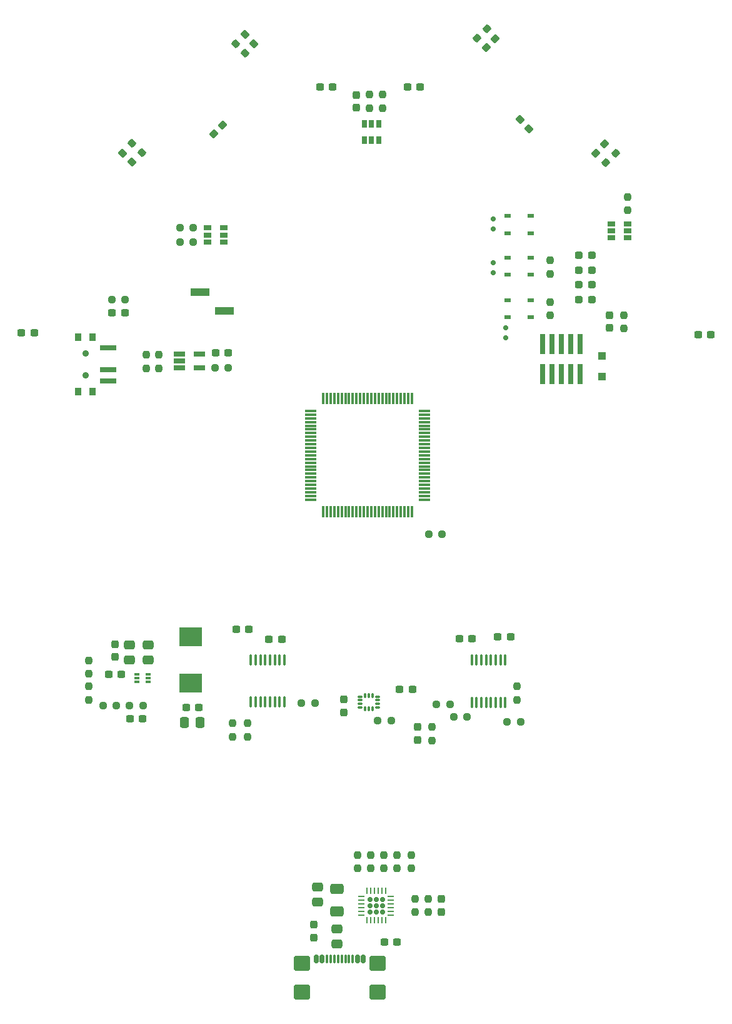
<source format=gbr>
%TF.GenerationSoftware,KiCad,Pcbnew,7.0.8-1.fc38*%
%TF.CreationDate,2023-12-06T13:29:31+01:00*%
%TF.ProjectId,frat,66726174-2e6b-4696-9361-645f70636258,rev?*%
%TF.SameCoordinates,Original*%
%TF.FileFunction,Paste,Top*%
%TF.FilePolarity,Positive*%
%FSLAX46Y46*%
G04 Gerber Fmt 4.6, Leading zero omitted, Abs format (unit mm)*
G04 Created by KiCad (PCBNEW 7.0.8-1.fc38) date 2023-12-06 13:29:31*
%MOMM*%
%LPD*%
G01*
G04 APERTURE LIST*
G04 Aperture macros list*
%AMRoundRect*
0 Rectangle with rounded corners*
0 $1 Rounding radius*
0 $2 $3 $4 $5 $6 $7 $8 $9 X,Y pos of 4 corners*
0 Add a 4 corners polygon primitive as box body*
4,1,4,$2,$3,$4,$5,$6,$7,$8,$9,$2,$3,0*
0 Add four circle primitives for the rounded corners*
1,1,$1+$1,$2,$3*
1,1,$1+$1,$4,$5*
1,1,$1+$1,$6,$7*
1,1,$1+$1,$8,$9*
0 Add four rect primitives between the rounded corners*
20,1,$1+$1,$2,$3,$4,$5,0*
20,1,$1+$1,$4,$5,$6,$7,0*
20,1,$1+$1,$6,$7,$8,$9,0*
20,1,$1+$1,$8,$9,$2,$3,0*%
G04 Aperture macros list end*
%ADD10RoundRect,0.150000X-0.200000X0.150000X-0.200000X-0.150000X0.200000X-0.150000X0.200000X0.150000X0*%
%ADD11RoundRect,0.150000X0.200000X-0.150000X0.200000X0.150000X-0.200000X0.150000X-0.200000X-0.150000X0*%
%ADD12RoundRect,0.237500X0.237500X-0.250000X0.237500X0.250000X-0.237500X0.250000X-0.237500X-0.250000X0*%
%ADD13RoundRect,0.237500X-0.250000X-0.237500X0.250000X-0.237500X0.250000X0.237500X-0.250000X0.237500X0*%
%ADD14R,2.510000X1.000000*%
%ADD15R,2.209800X0.762000*%
%ADD16C,0.889000*%
%ADD17R,0.812800X0.990600*%
%ADD18R,3.150400X2.611399*%
%ADD19RoundRect,0.237500X0.237500X-0.287500X0.237500X0.287500X-0.237500X0.287500X-0.237500X-0.287500X0*%
%ADD20RoundRect,0.237500X-0.300000X-0.237500X0.300000X-0.237500X0.300000X0.237500X-0.300000X0.237500X0*%
%ADD21RoundRect,0.237500X-0.237500X0.250000X-0.237500X-0.250000X0.237500X-0.250000X0.237500X0.250000X0*%
%ADD22RoundRect,0.237500X0.300000X0.237500X-0.300000X0.237500X-0.300000X-0.237500X0.300000X-0.237500X0*%
%ADD23RoundRect,0.250000X-0.337500X-0.475000X0.337500X-0.475000X0.337500X0.475000X-0.337500X0.475000X0*%
%ADD24RoundRect,0.087500X0.225000X0.087500X-0.225000X0.087500X-0.225000X-0.087500X0.225000X-0.087500X0*%
%ADD25RoundRect,0.087500X0.087500X0.225000X-0.087500X0.225000X-0.087500X-0.225000X0.087500X-0.225000X0*%
%ADD26RoundRect,0.237500X-0.044194X-0.380070X0.380070X0.044194X0.044194X0.380070X-0.380070X-0.044194X0*%
%ADD27RoundRect,0.237500X-0.237500X0.300000X-0.237500X-0.300000X0.237500X-0.300000X0.237500X0.300000X0*%
%ADD28R,0.965200X0.558800*%
%ADD29RoundRect,0.237500X0.287500X0.237500X-0.287500X0.237500X-0.287500X-0.237500X0.287500X-0.237500X0*%
%ADD30RoundRect,0.237500X-0.344715X0.008839X0.008839X-0.344715X0.344715X-0.008839X-0.008839X0.344715X0*%
%ADD31RoundRect,0.100000X0.100000X-0.637500X0.100000X0.637500X-0.100000X0.637500X-0.100000X-0.637500X0*%
%ADD32RoundRect,0.237500X0.250000X0.237500X-0.250000X0.237500X-0.250000X-0.237500X0.250000X-0.237500X0*%
%ADD33R,0.762000X2.794000*%
%ADD34RoundRect,0.250000X-0.475000X0.337500X-0.475000X-0.337500X0.475000X-0.337500X0.475000X0.337500X0*%
%ADD35R,1.560000X0.650000*%
%ADD36RoundRect,0.150000X-0.150000X-0.425000X0.150000X-0.425000X0.150000X0.425000X-0.150000X0.425000X0*%
%ADD37RoundRect,0.075000X-0.075000X-0.500000X0.075000X-0.500000X0.075000X0.500000X-0.075000X0.500000X0*%
%ADD38RoundRect,0.250000X-0.840000X-0.750000X0.840000X-0.750000X0.840000X0.750000X-0.840000X0.750000X0*%
%ADD39RoundRect,0.237500X0.044194X0.380070X-0.380070X-0.044194X-0.044194X-0.380070X0.380070X0.044194X0*%
%ADD40RoundRect,0.250000X-0.300000X0.300000X-0.300000X-0.300000X0.300000X-0.300000X0.300000X0.300000X0*%
%ADD41R,0.700000X0.340000*%
%ADD42R,0.990600X0.711200*%
%ADD43RoundRect,0.237500X0.380070X-0.044194X-0.044194X0.380070X-0.380070X0.044194X0.044194X-0.380070X0*%
%ADD44RoundRect,0.250000X0.650000X-0.412500X0.650000X0.412500X-0.650000X0.412500X-0.650000X-0.412500X0*%
%ADD45RoundRect,0.237500X0.008839X0.344715X-0.344715X-0.008839X-0.008839X-0.344715X0.344715X0.008839X0*%
%ADD46R,0.711200X0.990600*%
%ADD47RoundRect,0.250000X0.475000X-0.337500X0.475000X0.337500X-0.475000X0.337500X-0.475000X-0.337500X0*%
%ADD48RoundRect,0.165000X0.165000X0.165000X-0.165000X0.165000X-0.165000X-0.165000X0.165000X-0.165000X0*%
%ADD49RoundRect,0.062500X0.325000X0.062500X-0.325000X0.062500X-0.325000X-0.062500X0.325000X-0.062500X0*%
%ADD50RoundRect,0.062500X0.062500X0.325000X-0.062500X0.325000X-0.062500X-0.325000X0.062500X-0.325000X0*%
%ADD51RoundRect,0.075000X-0.725000X-0.075000X0.725000X-0.075000X0.725000X0.075000X-0.725000X0.075000X0*%
%ADD52RoundRect,0.075000X-0.075000X-0.725000X0.075000X-0.725000X0.075000X0.725000X-0.075000X0.725000X0*%
%ADD53RoundRect,0.237500X-0.008839X-0.344715X0.344715X0.008839X0.008839X0.344715X-0.344715X-0.008839X0*%
%ADD54RoundRect,0.237500X-0.237500X0.287500X-0.237500X-0.287500X0.237500X-0.287500X0.237500X0.287500X0*%
%ADD55RoundRect,0.237500X-0.380070X0.044194X0.044194X-0.380070X0.380070X-0.044194X-0.044194X0.380070X0*%
G04 APERTURE END LIST*
D10*
%TO.C,D23*%
X157000000Y-134200000D03*
X157000000Y-132800000D03*
%TD*%
D11*
%TO.C,D22*%
X158750000Y-147550000D03*
X158750000Y-148950000D03*
%TD*%
D10*
%TO.C,D21*%
X157000000Y-140150000D03*
X157000000Y-138750000D03*
%TD*%
D12*
%TO.C,R53*%
X121750000Y-202912500D03*
X121750000Y-201087500D03*
%TD*%
D13*
%TO.C,R52*%
X149337500Y-198500000D03*
X151162500Y-198500000D03*
%TD*%
D14*
%TO.C,J8*%
X117344000Y-142748000D03*
X120654000Y-145288000D03*
%TD*%
D15*
%TO.C,B1*%
X104877550Y-150276999D03*
X104877550Y-153277001D03*
X104877550Y-154777001D03*
D16*
X101776850Y-151027010D03*
X101776850Y-154027010D03*
D17*
X100811850Y-148877000D03*
X102741850Y-148877000D03*
X100811850Y-156177000D03*
X102741850Y-156177000D03*
%TD*%
D18*
%TO.C,L1*%
X116078000Y-195628400D03*
X116078000Y-189435600D03*
%TD*%
D19*
%TO.C,D2*%
X146750000Y-203375000D03*
X146750000Y-201625000D03*
%TD*%
D20*
%TO.C,C8*%
X115417500Y-199000000D03*
X117142500Y-199000000D03*
%TD*%
D21*
%TO.C,R6*%
X102280000Y-196087500D03*
X102280000Y-197912500D03*
%TD*%
%TO.C,R35*%
X142000000Y-116000000D03*
X142000000Y-117825000D03*
%TD*%
D22*
%TO.C,C42*%
X154151500Y-189611000D03*
X152426500Y-189611000D03*
%TD*%
D21*
%TO.C,R49*%
X123750000Y-201087500D03*
X123750000Y-202912500D03*
%TD*%
%TO.C,R24*%
X164750000Y-138425000D03*
X164750000Y-140250000D03*
%TD*%
%TO.C,R17*%
X146431000Y-224837500D03*
X146431000Y-226662500D03*
%TD*%
D23*
%TO.C,C5*%
X115205000Y-201000000D03*
X117280000Y-201000000D03*
%TD*%
D13*
%TO.C,R31*%
X114587500Y-134000000D03*
X116412500Y-134000000D03*
%TD*%
D24*
%TO.C,U7*%
X141351000Y-198985000D03*
X141351000Y-198485000D03*
X141351000Y-197985000D03*
X141351000Y-197485000D03*
D25*
X140688500Y-197322500D03*
X140188500Y-197322500D03*
X139688500Y-197322500D03*
D24*
X139026000Y-197485000D03*
X139026000Y-197985000D03*
X139026000Y-198485000D03*
X139026000Y-198985000D03*
D25*
X139688500Y-199147500D03*
X140188500Y-199147500D03*
X140688500Y-199147500D03*
%TD*%
D26*
%TO.C,C20*%
X170910974Y-123930734D03*
X172130734Y-122710974D03*
%TD*%
D27*
%TO.C,C21*%
X172750000Y-145887500D03*
X172750000Y-147612500D03*
%TD*%
D13*
%TO.C,R4*%
X104167500Y-198708900D03*
X105992500Y-198708900D03*
%TD*%
D28*
%TO.C,B2*%
X158927798Y-132450000D03*
X162072202Y-132450000D03*
X158927798Y-134750000D03*
X162072202Y-134750000D03*
%TD*%
D21*
%TO.C,R25*%
X164750000Y-144087500D03*
X164750000Y-145912500D03*
%TD*%
D12*
%TO.C,R9*%
X140462000Y-220749500D03*
X140462000Y-218924500D03*
%TD*%
D29*
%TO.C,D17*%
X170375000Y-137750000D03*
X168625000Y-137750000D03*
%TD*%
D30*
%TO.C,R41*%
X122108714Y-109100816D03*
X123399184Y-110391286D03*
%TD*%
D12*
%TO.C,R12*%
X145923000Y-220749500D03*
X145923000Y-218924500D03*
%TD*%
D27*
%TO.C,C7*%
X105780000Y-190387500D03*
X105780000Y-192112500D03*
%TD*%
D12*
%TO.C,R13*%
X142240000Y-220749500D03*
X142240000Y-218924500D03*
%TD*%
D31*
%TO.C,U6*%
X124200000Y-198225000D03*
X124850000Y-198225000D03*
X125500000Y-198225000D03*
X126150000Y-198225000D03*
X126800000Y-198225000D03*
X127450000Y-198225000D03*
X128100000Y-198225000D03*
X128750000Y-198225000D03*
X128750000Y-192500000D03*
X128100000Y-192500000D03*
X127450000Y-192500000D03*
X126800000Y-192500000D03*
X126150000Y-192500000D03*
X125500000Y-192500000D03*
X124850000Y-192500000D03*
X124200000Y-192500000D03*
%TD*%
D32*
%TO.C,R1*%
X121162500Y-153000000D03*
X119337500Y-153000000D03*
%TD*%
D31*
%TO.C,U5*%
X154100000Y-198250000D03*
X154750000Y-198250000D03*
X155400000Y-198250000D03*
X156050000Y-198250000D03*
X156700000Y-198250000D03*
X157350000Y-198250000D03*
X158000000Y-198250000D03*
X158650000Y-198250000D03*
X158650000Y-192525000D03*
X158000000Y-192525000D03*
X157350000Y-192525000D03*
X156700000Y-192525000D03*
X156050000Y-192525000D03*
X155400000Y-192525000D03*
X154750000Y-192525000D03*
X154100000Y-192525000D03*
%TD*%
D21*
%TO.C,R2*%
X111750000Y-151250000D03*
X111750000Y-153075000D03*
%TD*%
%TO.C,R3*%
X110000000Y-151250000D03*
X110000000Y-153075000D03*
%TD*%
D33*
%TO.C,J1*%
X163690000Y-153814000D03*
X163690000Y-149750000D03*
X164960000Y-153814000D03*
X164960000Y-149750000D03*
X166230000Y-153814000D03*
X166230000Y-149750000D03*
X167500000Y-153814000D03*
X167500000Y-149750000D03*
X168770000Y-153814000D03*
X168770000Y-149750000D03*
%TD*%
D34*
%TO.C,C9*%
X107780000Y-190462500D03*
X107780000Y-192537500D03*
%TD*%
D35*
%TO.C,U2*%
X114500000Y-151100000D03*
X114500000Y-152050000D03*
X114500000Y-153000000D03*
X117200000Y-153000000D03*
X117200000Y-151100000D03*
%TD*%
D32*
%TO.C,R47*%
X132865500Y-198374000D03*
X131040500Y-198374000D03*
%TD*%
D36*
%TO.C,J2*%
X133050000Y-233000000D03*
X133850000Y-233000000D03*
D37*
X135000000Y-233000000D03*
X136000000Y-233000000D03*
X136500000Y-233000000D03*
X137500000Y-233000000D03*
D36*
X138650000Y-233000000D03*
X139450000Y-233000000D03*
X139450000Y-233000000D03*
X138650000Y-233000000D03*
D37*
X138000000Y-233000000D03*
X137000000Y-233000000D03*
X135500000Y-233000000D03*
X134500000Y-233000000D03*
D36*
X133850000Y-233000000D03*
X133050000Y-233000000D03*
D38*
X131140000Y-233575000D03*
X131140000Y-237505000D03*
X141360000Y-233575000D03*
X141360000Y-237505000D03*
%TD*%
D28*
%TO.C,B3*%
X158927798Y-138100000D03*
X162072202Y-138100000D03*
X158927798Y-140400000D03*
X162072202Y-140400000D03*
%TD*%
D20*
%TO.C,C48*%
X184775000Y-148500000D03*
X186500000Y-148500000D03*
%TD*%
D39*
%TO.C,C47*%
X120359880Y-120140120D03*
X119140120Y-121359880D03*
%TD*%
D12*
%TO.C,R38*%
X174750000Y-147662500D03*
X174750000Y-145837500D03*
%TD*%
D27*
%TO.C,C26*%
X136750000Y-197887500D03*
X136750000Y-199612500D03*
%TD*%
D30*
%TO.C,R40*%
X108104765Y-122604765D03*
X109395235Y-123895235D03*
%TD*%
D12*
%TO.C,R11*%
X144018000Y-220749500D03*
X144018000Y-218924500D03*
%TD*%
D22*
%TO.C,C6*%
X109542500Y-200508900D03*
X107817500Y-200508900D03*
%TD*%
D20*
%TO.C,C27*%
X144331250Y-196500000D03*
X146056250Y-196500000D03*
%TD*%
D29*
%TO.C,D18*%
X170375000Y-139750000D03*
X168625000Y-139750000D03*
%TD*%
D40*
%TO.C,D1*%
X171750000Y-151350000D03*
X171750000Y-154150000D03*
%TD*%
D21*
%TO.C,R33*%
X175250000Y-129837500D03*
X175250000Y-131662500D03*
%TD*%
D22*
%TO.C,C4*%
X106642500Y-194500000D03*
X104917500Y-194500000D03*
%TD*%
D21*
%TO.C,R50*%
X160274000Y-196087500D03*
X160274000Y-197912500D03*
%TD*%
D22*
%TO.C,C46*%
X94842500Y-148209000D03*
X93117500Y-148209000D03*
%TD*%
D20*
%TO.C,C2*%
X119387500Y-151000000D03*
X121112500Y-151000000D03*
%TD*%
D41*
%TO.C,U3*%
X110280000Y-195500000D03*
X110280000Y-195000000D03*
X110280000Y-194500000D03*
X108780000Y-194500000D03*
X108780000Y-195000000D03*
X108780000Y-195500000D03*
%TD*%
D34*
%TO.C,C10*%
X110280000Y-190462500D03*
X110280000Y-192537500D03*
%TD*%
D20*
%TO.C,C44*%
X157633500Y-189400000D03*
X159358500Y-189400000D03*
%TD*%
D42*
%TO.C,Q2*%
X173000000Y-133500000D03*
X173000000Y-134450001D03*
X173000000Y-135400002D03*
X175199000Y-135400002D03*
X175199000Y-134450001D03*
X175199000Y-133500000D03*
%TD*%
D32*
%TO.C,R48*%
X153500000Y-200250000D03*
X151675000Y-200250000D03*
%TD*%
D12*
%TO.C,R7*%
X102280000Y-194421400D03*
X102280000Y-192596400D03*
%TD*%
D22*
%TO.C,C43*%
X123925500Y-188341000D03*
X122200500Y-188341000D03*
%TD*%
D43*
%TO.C,C23*%
X108059880Y-125159880D03*
X106840120Y-123940120D03*
%TD*%
D20*
%TO.C,C50*%
X133525000Y-115000000D03*
X135250000Y-115000000D03*
%TD*%
D27*
%TO.C,C25*%
X138500000Y-116050000D03*
X138500000Y-117775000D03*
%TD*%
D43*
%TO.C,C49*%
X161859880Y-120609880D03*
X160640120Y-119390120D03*
%TD*%
D42*
%TO.C,Q1*%
X120500000Y-135950001D03*
X120500000Y-135000000D03*
X120500000Y-134049999D03*
X118301000Y-134049999D03*
X118301000Y-135000000D03*
X118301000Y-135950001D03*
%TD*%
D32*
%TO.C,R46*%
X160712500Y-200900000D03*
X158887500Y-200900000D03*
%TD*%
D44*
%TO.C,C13*%
X135890000Y-226606500D03*
X135890000Y-223481500D03*
%TD*%
D13*
%TO.C,R5*%
X107767500Y-198708900D03*
X109592500Y-198708900D03*
%TD*%
D45*
%TO.C,R36*%
X156145235Y-107104765D03*
X154854765Y-108395235D03*
%TD*%
D13*
%TO.C,R39*%
X105337500Y-143750000D03*
X107162500Y-143750000D03*
%TD*%
D19*
%TO.C,L2*%
X132715000Y-230110000D03*
X132715000Y-228360000D03*
%TD*%
D28*
%TO.C,B4*%
X158927798Y-143850000D03*
X162072202Y-143850000D03*
X158927798Y-146150000D03*
X162072202Y-146150000D03*
%TD*%
D39*
%TO.C,C19*%
X157309880Y-108440120D03*
X156090120Y-109659880D03*
%TD*%
D46*
%TO.C,Q3*%
X139599998Y-122199000D03*
X140549999Y-122199000D03*
X141500000Y-122199000D03*
X141500000Y-120000000D03*
X140549999Y-120000000D03*
X139599998Y-120000000D03*
%TD*%
D21*
%TO.C,R16*%
X148209000Y-224837500D03*
X148209000Y-226662500D03*
%TD*%
D29*
%TO.C,D19*%
X170375000Y-141750000D03*
X168625000Y-141750000D03*
%TD*%
D47*
%TO.C,C11*%
X135890000Y-231000000D03*
X135890000Y-228925000D03*
%TD*%
D13*
%TO.C,R30*%
X114587500Y-136000000D03*
X116412500Y-136000000D03*
%TD*%
D20*
%TO.C,C41*%
X142275000Y-230750000D03*
X144000000Y-230750000D03*
%TD*%
D12*
%TO.C,R8*%
X148750000Y-203412500D03*
X148750000Y-201587500D03*
%TD*%
D22*
%TO.C,C51*%
X147112500Y-115000000D03*
X145387500Y-115000000D03*
%TD*%
D34*
%TO.C,C12*%
X133223000Y-223244500D03*
X133223000Y-225319500D03*
%TD*%
D48*
%TO.C,U4*%
X142004500Y-226609500D03*
X140364500Y-225789500D03*
X140364500Y-226609500D03*
X140364500Y-224969500D03*
X141184500Y-225789500D03*
X141184500Y-226609500D03*
X141184500Y-224969500D03*
X142004500Y-224969500D03*
X142004500Y-225789500D03*
D49*
X143172000Y-227039500D03*
X143172000Y-226539500D03*
X143172000Y-226039500D03*
X143172000Y-225539500D03*
X143172000Y-225039500D03*
X143172000Y-224539500D03*
D50*
X142434500Y-223802000D03*
X141934500Y-223802000D03*
X141434500Y-223802000D03*
X140934500Y-223802000D03*
X140434500Y-223802000D03*
X139934500Y-223802000D03*
D49*
X139197000Y-224539500D03*
X139197000Y-225039500D03*
X139197000Y-225539500D03*
X139197000Y-226039500D03*
X139197000Y-226539500D03*
X139197000Y-227039500D03*
D50*
X139934500Y-227777000D03*
X140434500Y-227777000D03*
X140934500Y-227777000D03*
X141434500Y-227777000D03*
X141934500Y-227777000D03*
X142434500Y-227777000D03*
%TD*%
D20*
%TO.C,C22*%
X105387500Y-145500000D03*
X107112500Y-145500000D03*
%TD*%
D29*
%TO.C,D20*%
X170375000Y-143750000D03*
X168625000Y-143750000D03*
%TD*%
D13*
%TO.C,R29*%
X148287500Y-175500000D03*
X150112500Y-175500000D03*
%TD*%
D21*
%TO.C,R34*%
X140250000Y-116000000D03*
X140250000Y-117825000D03*
%TD*%
%TO.C,R10*%
X138684000Y-218924500D03*
X138684000Y-220749500D03*
%TD*%
D51*
%TO.C,U1*%
X132325000Y-158825000D03*
X132325000Y-159325000D03*
X132325000Y-159825000D03*
X132325000Y-160325000D03*
X132325000Y-160825000D03*
X132325000Y-161325000D03*
X132325000Y-161825000D03*
X132325000Y-162325000D03*
X132325000Y-162825000D03*
X132325000Y-163325000D03*
X132325000Y-163825000D03*
X132325000Y-164325000D03*
X132325000Y-164825000D03*
X132325000Y-165325000D03*
X132325000Y-165825000D03*
X132325000Y-166325000D03*
X132325000Y-166825000D03*
X132325000Y-167325000D03*
X132325000Y-167825000D03*
X132325000Y-168325000D03*
X132325000Y-168825000D03*
X132325000Y-169325000D03*
X132325000Y-169825000D03*
X132325000Y-170325000D03*
X132325000Y-170825000D03*
D52*
X134000000Y-172500000D03*
X134500000Y-172500000D03*
X135000000Y-172500000D03*
X135500000Y-172500000D03*
X136000000Y-172500000D03*
X136500000Y-172500000D03*
X137000000Y-172500000D03*
X137500000Y-172500000D03*
X138000000Y-172500000D03*
X138500000Y-172500000D03*
X139000000Y-172500000D03*
X139500000Y-172500000D03*
X140000000Y-172500000D03*
X140500000Y-172500000D03*
X141000000Y-172500000D03*
X141500000Y-172500000D03*
X142000000Y-172500000D03*
X142500000Y-172500000D03*
X143000000Y-172500000D03*
X143500000Y-172500000D03*
X144000000Y-172500000D03*
X144500000Y-172500000D03*
X145000000Y-172500000D03*
X145500000Y-172500000D03*
X146000000Y-172500000D03*
D51*
X147675000Y-170825000D03*
X147675000Y-170325000D03*
X147675000Y-169825000D03*
X147675000Y-169325000D03*
X147675000Y-168825000D03*
X147675000Y-168325000D03*
X147675000Y-167825000D03*
X147675000Y-167325000D03*
X147675000Y-166825000D03*
X147675000Y-166325000D03*
X147675000Y-165825000D03*
X147675000Y-165325000D03*
X147675000Y-164825000D03*
X147675000Y-164325000D03*
X147675000Y-163825000D03*
X147675000Y-163325000D03*
X147675000Y-162825000D03*
X147675000Y-162325000D03*
X147675000Y-161825000D03*
X147675000Y-161325000D03*
X147675000Y-160825000D03*
X147675000Y-160325000D03*
X147675000Y-159825000D03*
X147675000Y-159325000D03*
X147675000Y-158825000D03*
D52*
X146000000Y-157150000D03*
X145500000Y-157150000D03*
X145000000Y-157150000D03*
X144500000Y-157150000D03*
X144000000Y-157150000D03*
X143500000Y-157150000D03*
X143000000Y-157150000D03*
X142500000Y-157150000D03*
X142000000Y-157150000D03*
X141500000Y-157150000D03*
X141000000Y-157150000D03*
X140500000Y-157150000D03*
X140000000Y-157150000D03*
X139500000Y-157150000D03*
X139000000Y-157150000D03*
X138500000Y-157150000D03*
X138000000Y-157150000D03*
X137500000Y-157150000D03*
X137000000Y-157150000D03*
X136500000Y-157150000D03*
X136000000Y-157150000D03*
X135500000Y-157150000D03*
X135000000Y-157150000D03*
X134500000Y-157150000D03*
X134000000Y-157150000D03*
%TD*%
D32*
%TO.C,R45*%
X143212500Y-200700000D03*
X141387500Y-200700000D03*
%TD*%
D53*
%TO.C,R37*%
X172285499Y-125256209D03*
X173575969Y-123965739D03*
%TD*%
D54*
%TO.C,D3*%
X149959000Y-224875000D03*
X149959000Y-226625000D03*
%TD*%
D20*
%TO.C,C45*%
X126645500Y-189738000D03*
X128370500Y-189738000D03*
%TD*%
D55*
%TO.C,C24*%
X123390120Y-107890120D03*
X124609880Y-109109880D03*
%TD*%
M02*

</source>
